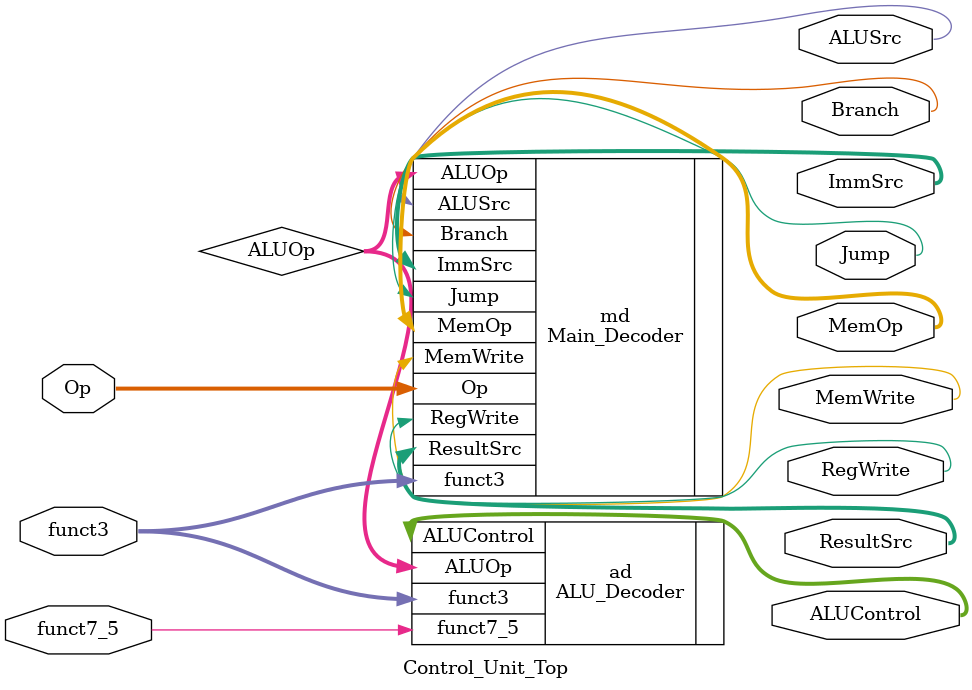
<source format=v>
module Control_Unit_Top(
    input [6:0] Op,
    input [2:0] funct3,
    input funct7_5,
    output RegWrite, ALUSrc, MemWrite, Branch, Jump,
    output [1:0] ResultSrc, MemOp,  // Thêm MemOp
    output [2:0] ImmSrc,            // Change to 3 bits
    output [3:0] ALUControl
);

    wire [1:0] ALUOp;

    Main_Decoder md (
        .Op(Op),
        .funct3(funct3),  // Thêm funct3
        .RegWrite(RegWrite),
        .ALUSrc(ALUSrc),
        .MemWrite(MemWrite),
        .ResultSrc(ResultSrc),
        .Branch(Branch),
        .Jump(Jump),
        .ImmSrc(ImmSrc),
        .MemOp(MemOp),  // Thêm MemOp
        .ALUOp(ALUOp)
    );

    ALU_Decoder ad (
        .ALUOp(ALUOp),
        .funct3(funct3),
        .funct7_5(funct7_5),
        .ALUControl(ALUControl)
    );
endmodule
</source>
